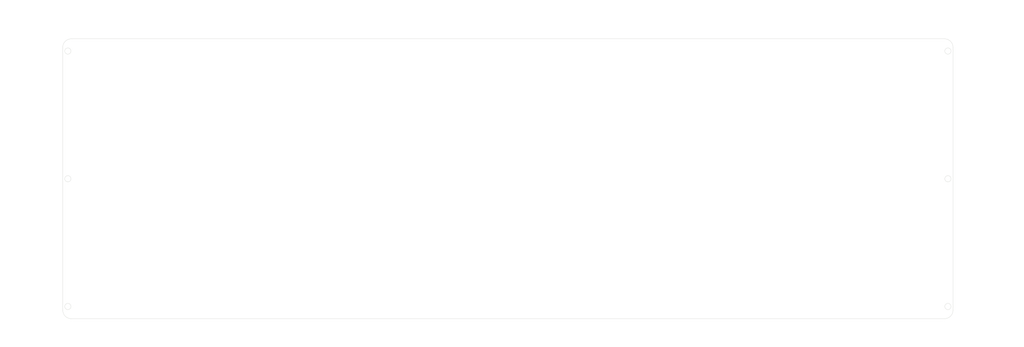
<source format=kicad_pcb>
(kicad_pcb (version 20171130) (host pcbnew "(5.1.8)-1")

  (general
    (thickness 1.6)
    (drawings 38)
    (tracks 0)
    (zones 0)
    (modules 0)
    (nets 1)
  )

  (page A3)
  (title_block
    (title "GL516 Switch plate Dimensional drawing")
    (date 2022-01-03)
  )

  (layers
    (0 F.Cu signal)
    (31 B.Cu signal)
    (32 B.Adhes user)
    (33 F.Adhes user)
    (34 B.Paste user)
    (35 F.Paste user)
    (36 B.SilkS user)
    (37 F.SilkS user)
    (38 B.Mask user)
    (39 F.Mask user)
    (40 Dwgs.User user)
    (41 Cmts.User user)
    (42 Eco1.User user)
    (43 Eco2.User user)
    (44 Edge.Cuts user)
    (45 Margin user)
    (46 B.CrtYd user)
    (47 F.CrtYd user)
    (48 B.Fab user)
    (49 F.Fab user)
  )

  (setup
    (last_trace_width 0.25)
    (user_trace_width 0.5)
    (user_trace_width 0.5)
    (trace_clearance 0.2)
    (zone_clearance 0.508)
    (zone_45_only no)
    (trace_min 0.2)
    (via_size 0.8)
    (via_drill 0.4)
    (via_min_size 0.4)
    (via_min_drill 0.3)
    (uvia_size 0.3)
    (uvia_drill 0.1)
    (uvias_allowed no)
    (uvia_min_size 0.2)
    (uvia_min_drill 0.1)
    (edge_width 0.1)
    (segment_width 0.2)
    (pcb_text_width 0.3)
    (pcb_text_size 1.5 1.5)
    (mod_edge_width 0.15)
    (mod_text_size 1 1)
    (mod_text_width 0.15)
    (pad_size 2.2 2.2)
    (pad_drill 2.2)
    (pad_to_mask_clearance 0)
    (aux_axis_origin 0 0)
    (visible_elements 7FFFFFFF)
    (pcbplotparams
      (layerselection 0x01000_7ffffffe)
      (usegerberextensions true)
      (usegerberattributes false)
      (usegerberadvancedattributes false)
      (creategerberjobfile false)
      (excludeedgelayer true)
      (linewidth 0.100000)
      (plotframeref false)
      (viasonmask false)
      (mode 1)
      (useauxorigin false)
      (hpglpennumber 1)
      (hpglpenspeed 20)
      (hpglpendiameter 15.000000)
      (psnegative false)
      (psa4output false)
      (plotreference true)
      (plotvalue true)
      (plotinvisibletext false)
      (padsonsilk false)
      (subtractmaskfromsilk false)
      (outputformat 4)
      (mirror false)
      (drillshape 0)
      (scaleselection 1)
      (outputdirectory "C:/Users/サリチル酸/Desktop/"))
  )

  (net 0 "")

  (net_class Default "これはデフォルトのネット クラスです。"
    (clearance 0.2)
    (trace_width 0.25)
    (via_dia 0.8)
    (via_drill 0.4)
    (uvia_dia 0.3)
    (uvia_drill 0.1)
  )

  (gr_text PCB (at 206.45 141.65) (layer F.Fab)
    (effects (font (size 5 5) (thickness 0.5)))
  )
  (dimension 1.8 (width 0.15) (layer Eco1.User)
    (gr_text "1.800 mm" (at 362.725 198.4 90) (layer Eco1.User)
      (effects (font (size 2 2) (thickness 0.2)) (justify right))
    )
    (feature1 (pts (xy 363.625 186.75) (xy 363.625 196.636421)))
    (feature2 (pts (xy 361.825 186.75) (xy 361.825 196.636421)))
    (crossbar (pts (xy 361.825 196.05) (xy 363.625 196.05)))
    (arrow1a (pts (xy 363.625 196.05) (xy 362.498496 196.636421)))
    (arrow1b (pts (xy 363.625 196.05) (xy 362.498496 195.463579)))
    (arrow2a (pts (xy 361.825 196.05) (xy 362.951504 196.636421)))
    (arrow2b (pts (xy 361.825 196.05) (xy 362.951504 195.463579)))
  )
  (dimension 310.75 (width 0.15) (layer Eco1.User)
    (gr_text "310.750 mm" (at 206.45 84.9) (layer Eco1.User)
      (effects (font (size 2 2) (thickness 0.2)))
    )
    (feature1 (pts (xy 361.825 96.55) (xy 361.825 86.663579)))
    (feature2 (pts (xy 51.075 96.55) (xy 51.075 86.663579)))
    (crossbar (pts (xy 51.075 87.25) (xy 361.825 87.25)))
    (arrow1a (pts (xy 361.825 87.25) (xy 360.698496 87.836421)))
    (arrow1b (pts (xy 361.825 87.25) (xy 360.698496 86.663579)))
    (arrow2a (pts (xy 51.075 87.25) (xy 52.201504 87.836421)))
    (arrow2b (pts (xy 51.075 87.25) (xy 52.201504 86.663579)))
  )
  (dimension 4.3 (width 0.15) (layer Eco1.User)
    (gr_text "4.300 mm" (at 41.925 94.4) (layer Eco1.User)
      (effects (font (size 2 2) (thickness 0.2)) (justify right))
    )
    (feature1 (pts (xy 51.075 92.25) (xy 43.688579 92.25)))
    (feature2 (pts (xy 51.075 96.55) (xy 43.688579 96.55)))
    (crossbar (pts (xy 44.275 96.55) (xy 44.275 92.25)))
    (arrow1a (pts (xy 44.275 92.25) (xy 44.861421 93.376504)))
    (arrow1b (pts (xy 44.275 92.25) (xy 43.688579 93.376504)))
    (arrow2a (pts (xy 44.275 96.55) (xy 44.861421 95.423496)))
    (arrow2b (pts (xy 44.275 96.55) (xy 43.688579 95.423496)))
  )
  (gr_line (start 373.625 201.05) (end 388.625 201.05) (layer Eco1.User) (width 0.15))
  (gr_text 4-R3 (at 374.625 80.75) (layer Eco1.User)
    (effects (font (size 2 2) (thickness 0.2)) (justify left))
  )
  (gr_line (start 373.625 201.05) (end 362.602935 187.527935) (layer Eco1.User) (width 0.15))
  (gr_text 6-Φ2.2 (at 374.625 199.55) (layer Eco1.User) (tstamp 61CF0DF5)
    (effects (font (size 2 2) (thickness 0.2)) (justify left))
  )
  (gr_line (start 373.625 82.25) (end 362.746641 93.128359) (layer Eco1.User) (width 0.15))
  (gr_line (start 373.625 82.25) (end 386.625 82.25) (layer Eco1.User) (width 0.15))
  (gr_circle (center 51.075 186.75) (end 52.175 186.75) (layer Edge.Cuts) (width 0.1) (tstamp 61CF0ABA))
  (gr_circle (center 51.075 141.65) (end 52.175 141.65) (layer Edge.Cuts) (width 0.1) (tstamp 61CF0ABA))
  (gr_circle (center 51.075 96.55) (end 52.175 96.55) (layer Edge.Cuts) (width 0.1) (tstamp 61CF0ABA))
  (gr_circle (center 361.825 186.75) (end 362.925 186.75) (layer Edge.Cuts) (width 0.1) (tstamp 61CF0ABA))
  (gr_circle (center 361.825 141.65) (end 362.925 141.65) (layer Edge.Cuts) (width 0.1) (tstamp 61CF0ABA))
  (gr_circle (center 361.825 96.55) (end 362.925 96.55) (layer Edge.Cuts) (width 0.1))
  (dimension 4.3 (width 0.15) (layer Eco1.User)
    (gr_text "4.300 mm" (at 41.925 188.9) (layer Eco1.User)
      (effects (font (size 2 2) (thickness 0.2)) (justify right))
    )
    (feature1 (pts (xy 51.075 191.05) (xy 43.688579 191.05)))
    (feature2 (pts (xy 51.075 186.75) (xy 43.688579 186.75)))
    (crossbar (pts (xy 44.275 186.75) (xy 44.275 191.05)))
    (arrow1a (pts (xy 44.275 191.05) (xy 43.688579 189.923496)))
    (arrow1b (pts (xy 44.275 191.05) (xy 44.861421 189.923496)))
    (arrow2a (pts (xy 44.275 186.75) (xy 43.688579 187.876504)))
    (arrow2b (pts (xy 44.275 186.75) (xy 44.861421 187.876504)))
  )
  (dimension 1.8 (width 0.15) (layer Eco1.User)
    (gr_text "1.800 mm" (at 50.175 198.4 90) (layer Eco1.User)
      (effects (font (size 2 2) (thickness 0.2)) (justify right))
    )
    (feature1 (pts (xy 49.275 186.75) (xy 49.275 196.636421)))
    (feature2 (pts (xy 51.075 186.75) (xy 51.075 196.636421)))
    (crossbar (pts (xy 51.075 196.05) (xy 49.275 196.05)))
    (arrow1a (pts (xy 49.275 196.05) (xy 50.401504 195.463579)))
    (arrow1b (pts (xy 49.275 196.05) (xy 50.401504 196.636421)))
    (arrow2a (pts (xy 51.075 196.05) (xy 49.948496 195.463579)))
    (arrow2b (pts (xy 51.075 196.05) (xy 49.948496 196.636421)))
  )
  (dimension 314.35 (width 0.15) (layer Eco1.User)
    (gr_text "314.350 mm" (at 206.45 79.9) (layer Eco1.User)
      (effects (font (size 2 2) (thickness 0.2)))
    )
    (feature1 (pts (xy 363.625 95.05) (xy 363.625 81.663579)))
    (feature2 (pts (xy 49.275 95.05) (xy 49.275 81.663579)))
    (crossbar (pts (xy 49.275 82.25) (xy 363.625 82.25)))
    (arrow1a (pts (xy 363.625 82.25) (xy 362.498496 82.836421)))
    (arrow1b (pts (xy 363.625 82.25) (xy 362.498496 81.663579)))
    (arrow2a (pts (xy 49.275 82.25) (xy 50.401504 82.836421)))
    (arrow2b (pts (xy 49.275 82.25) (xy 50.401504 81.663579)))
  )
  (dimension 98.8 (width 0.15) (layer Eco1.User)
    (gr_text "98.800 mm" (at 370.975 141.65 270) (layer Eco1.User)
      (effects (font (size 2 2) (thickness 0.2)))
    )
    (feature1 (pts (xy 360.625 191.05) (xy 369.211421 191.05)))
    (feature2 (pts (xy 360.625 92.25) (xy 369.211421 92.25)))
    (crossbar (pts (xy 368.625 92.25) (xy 368.625 191.05)))
    (arrow1a (pts (xy 368.625 191.05) (xy 368.038579 189.923496)))
    (arrow1b (pts (xy 368.625 191.05) (xy 369.211421 189.923496)))
    (arrow2a (pts (xy 368.625 92.25) (xy 368.038579 93.376504)))
    (arrow2b (pts (xy 368.625 92.25) (xy 369.211421 93.376504)))
  )
  (dimension 45.1 (width 0.15) (layer Eco1.User)
    (gr_text "45.100 mm" (at 41.925 119.1 90) (layer Eco1.User)
      (effects (font (size 2 2) (thickness 0.2)))
    )
    (feature1 (pts (xy 51.075 96.55) (xy 43.688579 96.55)))
    (feature2 (pts (xy 51.075 141.65) (xy 43.688579 141.65)))
    (crossbar (pts (xy 44.275 141.65) (xy 44.275 96.55)))
    (arrow1a (pts (xy 44.275 96.55) (xy 44.861421 97.676504)))
    (arrow1b (pts (xy 44.275 96.55) (xy 43.688579 97.676504)))
    (arrow2a (pts (xy 44.275 141.65) (xy 44.861421 140.523496)))
    (arrow2b (pts (xy 44.275 141.65) (xy 43.688579 140.523496)))
  )
  (dimension 45.1 (width 0.15) (layer Eco1.User)
    (gr_text "45.100 mm" (at 41.925 164.2 90) (layer Eco1.User)
      (effects (font (size 2 2) (thickness 0.2)))
    )
    (feature1 (pts (xy 51.075 141.65) (xy 43.688579 141.65)))
    (feature2 (pts (xy 51.075 186.75) (xy 43.688579 186.75)))
    (crossbar (pts (xy 44.275 186.75) (xy 44.275 141.65)))
    (arrow1a (pts (xy 44.275 141.65) (xy 44.861421 142.776504)))
    (arrow1b (pts (xy 44.275 141.65) (xy 43.688579 142.776504)))
    (arrow2a (pts (xy 44.275 186.75) (xy 44.861421 185.623496)))
    (arrow2b (pts (xy 44.275 186.75) (xy 43.688579 185.623496)))
  )
  (gr_arc (start 52.275 188.05) (end 49.275 188.05) (angle -90) (layer Edge.Cuts) (width 0.1) (tstamp 60576F55))
  (gr_arc (start 52.275 95.25) (end 52.275 92.25) (angle -90) (layer Edge.Cuts) (width 0.1) (tstamp 60576F20))
  (gr_arc (start 360.625 95.25) (end 363.625 95.25) (angle -90) (layer Edge.Cuts) (width 0.1) (tstamp 60576ED8))
  (gr_arc (start 360.625 188.05) (end 360.625 191.05) (angle -90) (layer Edge.Cuts) (width 0.1))
  (gr_line (start 363.625 188.05) (end 363.625 95.25) (layer Edge.Cuts) (width 0.1))
  (gr_line (start 52.275 191.05) (end 360.625 191.05) (layer Edge.Cuts) (width 0.1))
  (gr_line (start 49.275 95.25) (end 49.275 188.05) (layer Edge.Cuts) (width 0.1))
  (gr_line (start 360.625 92.25) (end 52.275 92.25) (layer Edge.Cuts) (width 0.1))
  (gr_arc (start 57.275 188.05) (end 54.275 188.05) (angle -90) (layer F.Fab) (width 0.15) (tstamp 60576F55))
  (gr_arc (start 57.275 95.25) (end 57.275 92.25) (angle -90) (layer F.Fab) (width 0.15) (tstamp 60576F20))
  (gr_arc (start 355.625 95.25) (end 358.625 95.25) (angle -90) (layer F.Fab) (width 0.15) (tstamp 60576ED8))
  (gr_arc (start 355.625 188.05) (end 355.625 191.05) (angle -90) (layer F.Fab) (width 0.15))
  (gr_line (start 358.625 188.05) (end 358.625 95.25) (layer F.Fab) (width 0.15))
  (gr_line (start 57.275 191.05) (end 355.625 191.05) (layer F.Fab) (width 0.15))
  (gr_line (start 54.275 95.25) (end 54.275 188.05) (layer F.Fab) (width 0.15))
  (gr_line (start 355.625 92.25) (end 57.275 92.25) (layer F.Fab) (width 0.15))

)

</source>
